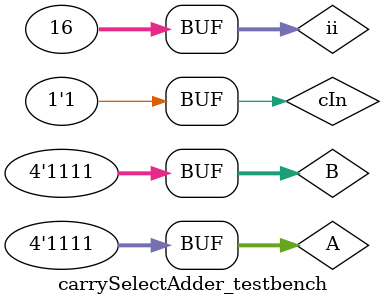
<source format=v>
`timescale 1ns / 1ps


module carrySelectAdder_testbench(

    );
    
    reg cIn;
    reg [3:0] A, B;
    
    wire finalCOut;
    wire [3:0] finalSum;
    
    carrySelectAdder theAdder(.cIn(cIn),.A(A),.B(B),.finalCOut(finalCOut),.finalSum(finalSum));
    
    // To make creating test cases convenient
    integer ii;
    initial
    begin
    
    cIn = 0;
    A = 0;
    B = 0;
    
    for (ii = 0; ii < 16; ii = ii + 1) begin
        #10 A = A + 1;
        #10 B = B + 1;
    end
    
    
    #10 cIn = 1;
    A = 15;
    B = 15;
    
    end
endmodule

</source>
